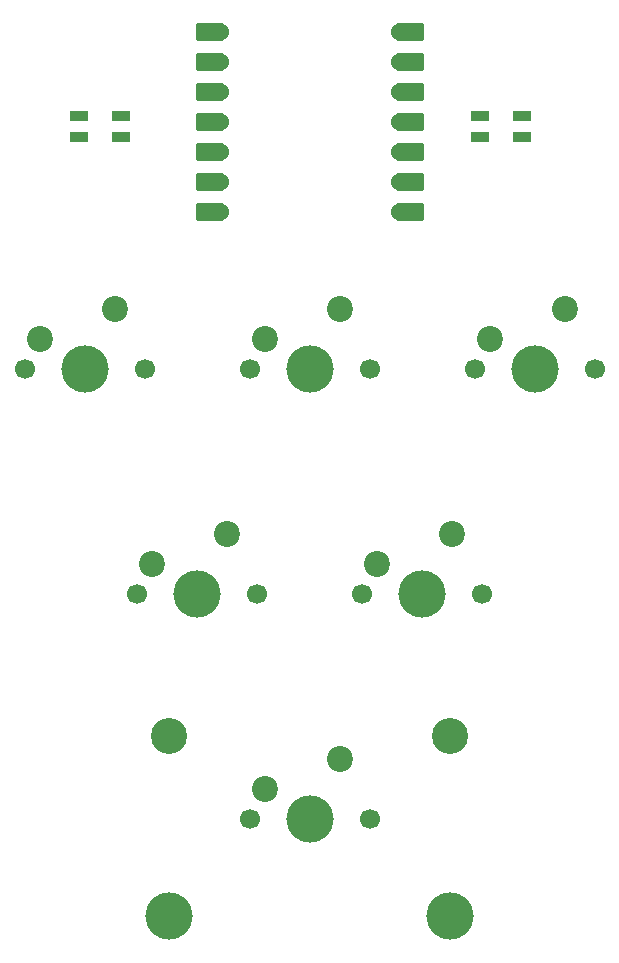
<source format=gbr>
%TF.GenerationSoftware,KiCad,Pcbnew,9.0.2*%
%TF.CreationDate,2025-07-05T15:14:09-07:00*%
%TF.ProjectId,Hackpad,4861636b-7061-4642-9e6b-696361645f70,rev?*%
%TF.SameCoordinates,Original*%
%TF.FileFunction,Soldermask,Top*%
%TF.FilePolarity,Negative*%
%FSLAX46Y46*%
G04 Gerber Fmt 4.6, Leading zero omitted, Abs format (unit mm)*
G04 Created by KiCad (PCBNEW 9.0.2) date 2025-07-05 15:14:09*
%MOMM*%
%LPD*%
G01*
G04 APERTURE LIST*
G04 Aperture macros list*
%AMRoundRect*
0 Rectangle with rounded corners*
0 $1 Rounding radius*
0 $2 $3 $4 $5 $6 $7 $8 $9 X,Y pos of 4 corners*
0 Add a 4 corners polygon primitive as box body*
4,1,4,$2,$3,$4,$5,$6,$7,$8,$9,$2,$3,0*
0 Add four circle primitives for the rounded corners*
1,1,$1+$1,$2,$3*
1,1,$1+$1,$4,$5*
1,1,$1+$1,$6,$7*
1,1,$1+$1,$8,$9*
0 Add four rect primitives between the rounded corners*
20,1,$1+$1,$2,$3,$4,$5,0*
20,1,$1+$1,$4,$5,$6,$7,0*
20,1,$1+$1,$6,$7,$8,$9,0*
20,1,$1+$1,$8,$9,$2,$3,0*%
G04 Aperture macros list end*
%ADD10RoundRect,0.152400X1.063600X0.609600X-1.063600X0.609600X-1.063600X-0.609600X1.063600X-0.609600X0*%
%ADD11C,1.524000*%
%ADD12RoundRect,0.152400X-1.063600X-0.609600X1.063600X-0.609600X1.063600X0.609600X-1.063600X0.609600X0*%
%ADD13C,2.200000*%
%ADD14C,1.700000*%
%ADD15C,4.000000*%
%ADD16R,1.600000X0.850000*%
%ADD17C,3.050000*%
G04 APERTURE END LIST*
D10*
%TO.C,U1*%
X122831250Y-92868750D03*
D11*
X123666250Y-92868750D03*
D10*
X122831250Y-95408750D03*
D11*
X123666250Y-95408750D03*
D10*
X122831250Y-97948750D03*
D11*
X123666250Y-97948750D03*
D10*
X122831250Y-100488750D03*
D11*
X123666250Y-100488750D03*
D10*
X122831250Y-103028750D03*
D11*
X123666250Y-103028750D03*
D10*
X122831250Y-105568750D03*
D11*
X123666250Y-105568750D03*
D10*
X122831250Y-108108750D03*
D11*
X123666250Y-108108750D03*
X138906250Y-108108750D03*
D12*
X139741250Y-108108750D03*
D11*
X138906250Y-105568750D03*
D12*
X139741250Y-105568750D03*
D11*
X138906250Y-103028750D03*
D12*
X139741250Y-103028750D03*
D11*
X138906250Y-100488750D03*
D12*
X139741250Y-100488750D03*
D11*
X138906250Y-97948750D03*
D12*
X139741250Y-97948750D03*
D11*
X138906250Y-95408750D03*
D12*
X139741250Y-95408750D03*
D11*
X138906250Y-92868750D03*
D12*
X139741250Y-92868750D03*
%TD*%
D13*
%TO.C,SW2*%
X127476250Y-118903750D03*
X133826250Y-116363750D03*
D14*
X136366250Y-121443750D03*
D15*
X131286250Y-121443750D03*
D14*
X126206250Y-121443750D03*
%TD*%
%TO.C,SW8*%
X145256250Y-121443750D03*
D15*
X150336250Y-121443750D03*
D14*
X155416250Y-121443750D03*
D13*
X152876250Y-116363750D03*
X146526250Y-118903750D03*
%TD*%
D16*
%TO.C,D1*%
X149228750Y-100012500D03*
X149228750Y-101762500D03*
X145728750Y-101762500D03*
X145728750Y-100012500D03*
%TD*%
D13*
%TO.C,SW4*%
X117951250Y-137953750D03*
X124301250Y-135413750D03*
D14*
X126841250Y-140493750D03*
D15*
X121761250Y-140493750D03*
D14*
X116681250Y-140493750D03*
%TD*%
D16*
%TO.C,D2*%
X111760000Y-100012500D03*
X111760000Y-101762500D03*
X115260000Y-101762500D03*
X115260000Y-100012500D03*
%TD*%
D14*
%TO.C,SW5*%
X107156250Y-121443750D03*
D15*
X112236250Y-121443750D03*
D14*
X117316250Y-121443750D03*
D13*
X114776250Y-116363750D03*
X108426250Y-118903750D03*
%TD*%
%TO.C,SW1*%
X127476250Y-157003750D03*
X133826250Y-154463750D03*
D15*
X143186250Y-167783750D03*
D17*
X143186250Y-152543750D03*
D14*
X136366250Y-159543750D03*
D15*
X131286250Y-159543750D03*
D14*
X126206250Y-159543750D03*
D15*
X119386250Y-167783750D03*
D17*
X119386250Y-152543750D03*
%TD*%
D13*
%TO.C,SW3*%
X137001250Y-137953750D03*
X143351250Y-135413750D03*
D14*
X145891250Y-140493750D03*
D15*
X140811250Y-140493750D03*
D14*
X135731250Y-140493750D03*
%TD*%
M02*

</source>
